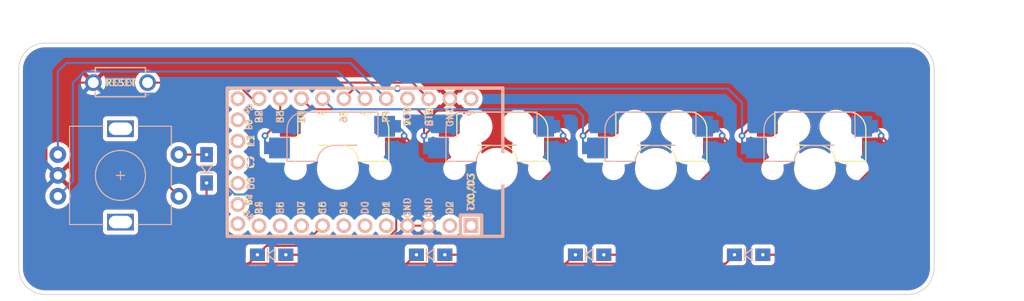
<source format=kicad_pcb>
(kicad_pcb (version 20211014) (generator pcbnew)
  (layers (0 "F.Cu" signal) (31 "B.Cu" signal) (34 "B.Paste" user) (35 "F.Paste" user) (36 "B.SilkS" user "B.Silkscreen") (37 "F.SilkS" user "F.Silkscreen") (38 "B.Mask" user) (39 "F.Mask" user) (44 "Edge.Cuts" user))
  (net 0 "")
  (net 1 "row0")
  (net 2 "Net-(D5-Pad2)")
  (net 3 "Net-(D2-Pad2)")
  (net 4 "Net-(D3-Pad2)")
  (net 5 "Net-(D4-Pad2)")
  (net 6 "GND")
  (net 7 "RESET")
  (net 8 "col3")
  (net 9 "col2")
  (net 10 "col1")
  (net 11 "col0")
  (net 12 "ENCA")
  (net 13 "ENCB")
  (net 14 "SW25B")
  (net 24 "VCC")
  (net 32 "SW25A")
  (footprint "SofleKeyboard-footprint:CherryMX_Hotswap" (layer "F.Cu") (at 153.19375 92.86875)
    (fp_text reference "SW3" hide)
    (fp_text value "SW_PUSH-Lily58-cache" hide)
    (fp_line (start -6.1 -0.896) (end -2.49 -0.896) (layer "B.SilkS") (width 0.15))
    (fp_line (start 4.8 -2.896) (end 4.8 -6.804) (layer "B.SilkS") (width 0.15))
    (fp_line (start -6.1 -4.85) (end -6.1 -0.905) (layer "B.SilkS") (width 0.15))
    (fp_line (start 4.8 -6.804) (end -3.825 -6.804) (layer "B.SilkS") (width 0.15))
    (fp_line (start 4.8 -2.85) (end -0.25 -2.804) (layer "B.SilkS") (width 0.15))
    (fp_arc (start -2.484999 -0.920001) (mid -1.74436 -2.328062) (end -0.225 -2.8) (layer "B.SilkS") (width 0.15))
    (fp_arc (start -6.089 -4.92) (mid -5.347189 -6.33089) (end -3.825 -6.804) (layer "B.SilkS") (width 0.15))
    (fp_line (start -4.8 -6.804) (end 3.825 -6.804) (layer "F.SilkS") (width 0.15))
    (fp_line (start -4.8 -2.85) (end 0.25 -2.804) (layer "F.SilkS") (width 0.15))
    (fp_line (start 6.1 -4.85) (end 6.1 -0.905) (layer "F.SilkS") (width 0.15))
    (fp_line (start 6.1 -0.896) (end 2.49 -0.896) (layer "F.SilkS") (width 0.15))
    (fp_line (start -4.8 -2.896) (end -4.8 -6.804) (layer "F.SilkS") (width 0.15))
    (fp_arc (start 3.825 -6.804) (mid 5.347189 -6.33089) (end 6.089 -4.92) (layer "F.SilkS") (width 0.15))
    (fp_arc (start 0.225 -2.8) (mid 1.744361 -2.328062) (end 2.485001 -0.920001) (layer "F.SilkS") (width 0.15))
    (pad "" np_thru_hole circle locked (at -2.54 -5.08 180) (size 3 3) (drill 3) (layers *.Cu *.Mask))
    (pad "" np_thru_hole circle locked (at 2.54 -5.08 180) (size 3 3) (drill 3) (layers *.Cu *.Mask))
    (pad "" np_thru_hole circle locked (at 5.08 0) (size 1.7 1.7) (drill 1.7) (layers *.Cu *.Mask))
    (pad "" np_thru_hole circle locked (at 3.81 -2.54 180) (size 3 3) (drill 3) (layers *.Cu *.Mask))
    (pad "" np_thru_hole circle locked (at 0 0 90) (size 4 4) (drill 4) (layers *.Cu *.Mask))
    (pad "" np_thru_hole circle locked (at -5.08 0) (size 1.7 1.7) (drill 1.7) (layers *.Cu *.Mask))
    (pad "" np_thru_hole circle locked (at -3.81 -2.540001 180) (size 3 3) (drill 3) (layers *.Cu *.Mask))
    (pad "1" smd custom locked (at -7.2 -5.1) (size 0.7 1.5) (layers "F.Cu" "F.Paste" "F.Mask") (net 10 "col1") (options (clearance outline) (anchor rect)) (primitives (gr_poly (pts (xy 2.7 0.8) (xy 2.1 1.2) (xy 0.3 1.2) (xy 0.3 -1.2) (xy 2.7 -1.2)) (width 0.1) (fill yes))))
    (pad "1" smd custom locked (at -8.5 -2.5) (size 0.7 1.5) (layers "B.Cu" "B.Paste" "B.Mask") (net 10 "col1") (options (clearance outline) (anchor rect)) (primitives (gr_poly (pts (xy 2.7 1.2) (xy 0.3 1.2) (xy 0.3 -1.2) (xy 2.7 -1.2)) (width 0.1) (fill yes))))
    (pad "2" smd custom locked (at 7.2 -5.1) (size 0.7 1.5) (layers "B.Cu" "B.Paste" "B.Mask") (net 5 "Net-(D4-Pad2)") (options (clearance outline) (anchor rect)) (primitives (gr_poly (pts (xy -0.4 1.2) (xy -2.3 1.2) (xy -2.8 0.8) (xy -2.8 -1.2) (xy -0.4 -1.2)) (width 0.1) (fill yes))))
    (pad "2" smd custom locked (at 8.5 -2.5) (size 0.7 1.5) (layers "F.Cu" "F.Paste" "F.Mask") (net 5 "Net-(D4-Pad2)") (options (clearance outline) (anchor rect)) (primitives (gr_poly (pts (xy -0.4 1.2) (xy -2.8 1.2) (xy -2.8 -1.2) (xy -0.4 -1.2)) (width 0.1) (fill yes))))
  )
  (footprint "SofleKeyboard-footprint:CherryMX_Hotswap" (layer "F.Cu") (at 172.24375 92.86875)
    (fp_text reference "SW4" hide)
    (fp_text value "SW_PUSH-Lily58-cache" hide)
    (fp_line (start -6.1 -4.85) (end -6.1 -0.905) (layer "B.SilkS") (width 0.15))
    (fp_line (start 4.8 -2.896) (end 4.8 -6.804) (layer "B.SilkS") (width 0.15))
    (fp_line (start -6.1 -0.896) (end -2.49 -0.896) (layer "B.SilkS") (width 0.15))
    (fp_line (start 4.8 -2.85) (end -0.25 -2.804) (layer "B.SilkS") (width 0.15))
    (fp_line (start 4.8 -6.804) (end -3.825 -6.804) (layer "B.SilkS") (width 0.15))
    (fp_arc (start -6.089 -4.92) (mid -5.347189 -6.33089) (end -3.825 -6.804) (layer "B.SilkS") (width 0.15))
    (fp_arc (start -2.484999 -0.920001) (mid -1.74436 -2.328062) (end -0.225 -2.8) (layer "B.SilkS") (width 0.15))
    (fp_line (start -4.8 -2.85) (end 0.25 -2.804) (layer "F.SilkS") (width 0.15))
    (fp_line (start 6.1 -4.85) (end 6.1 -0.905) (layer "F.SilkS") (width 0.15))
    (fp_line (start -4.8 -2.896) (end -4.8 -6.804) (layer "F.SilkS") (width 0.15))
    (fp_line (start 6.1 -0.896) (end 2.49 -0.896) (layer "F.SilkS") (width 0.15))
    (fp_line (start -4.8 -6.804) (end 3.825 -6.804) (layer "F.SilkS") (width 0.15))
    (fp_arc (start 3.825 -6.804) (mid 5.347189 -6.33089) (end 6.089 -4.92) (layer "F.SilkS") (width 0.15))
    (fp_arc (start 0.225 -2.8) (mid 1.744361 -2.328062) (end 2.485001 -0.920001) (layer "F.SilkS") (width 0.15))
    (pad "" np_thru_hole circle locked (at -3.81 -2.540001 180) (size 3 3) (drill 3) (layers *.Cu *.Mask))
    (pad "" np_thru_hole circle locked (at 0 0 90) (size 4 4) (drill 4) (layers *.Cu *.Mask))
    (pad "" np_thru_hole circle locked (at 2.54 -5.08 180) (size 3 3) (drill 3) (layers *.Cu *.Mask))
    (pad "" np_thru_hole circle locked (at 5.08 0) (size 1.7 1.7) (drill 1.7) (layers *.Cu *.Mask))
    (pad "" np_thru_hole circle locked (at 3.81 -2.54 180) (size 3 3) (drill 3) (layers *.Cu *.Mask))
    (pad "" np_thru_hole circle locked (at -2.54 -5.08 180) (size 3 3) (drill 3) (layers *.Cu *.Mask))
    (pad "" np_thru_hole circle locked (at -5.08 0) (size 1.7 1.7) (drill 1.7) (layers *.Cu *.Mask))
    (pad "1" smd custom locked (at -8.5 -2.5) (size 0.7 1.5) (layers "B.Cu" "B.Paste" "B.Mask") (net 11 "col0") (options (clearance outline) (anchor rect)) (primitives (gr_poly (pts (xy 2.7 1.2) (xy 0.3 1.2) (xy 0.3 -1.2) (xy 2.7 -1.2)) (width 0.1) (fill yes))))
    (pad "1" smd custom locked (at -7.2 -5.1) (size 0.7 1.5) (layers "F.Cu" "F.Paste" "F.Mask") (net 11 "col0") (options (clearance outline) (anchor rect)) (primitives (gr_poly (pts (xy 2.7 0.8) (xy 2.1 1.2) (xy 0.3 1.2) (xy 0.3 -1.2) (xy 2.7 -1.2)) (width 0.1) (fill yes))))
    (pad "2" smd custom locked (at 7.2 -5.1) (size 0.7 1.5) (layers "B.Cu" "B.Paste" "B.Mask") (net 2 "Net-(D5-Pad2)") (options (clearance outline) (anchor rect)) (primitives (gr_poly (pts (xy -0.4 1.2) (xy -2.3 1.2) (xy -2.8 0.8) (xy -2.8 -1.2) (xy -0.4 -1.2)) (width 0.1) (fill yes))))
    (pad "2" smd custom locked (at 8.5 -2.5) (size 0.7 1.5) (layers "F.Cu" "F.Paste" "F.Mask") (net 2 "Net-(D5-Pad2)") (options (clearance outline) (anchor rect)) (primitives (gr_poly (pts (xy -0.4 1.2) (xy -2.8 1.2) (xy -2.8 -1.2) (xy -0.4 -1.2)) (width 0.1) (fill yes))))
  )
  (footprint "SofleKeyboard-footprint:Diode_SOD123" (layer "F.Cu") (at 145.25625 103.1875)
    (fp_text reference "D4" hide)
    (fp_text value "D-Lily58-cache" hide)
    (fp_line (start 0.4 0.7) (end -0.5 0) (layer "B.SilkS") (width 0.15))
    (fp_line (start -0.5 0) (end 0.4 -0.7) (layer "B.SilkS") (width 0.15))
    (fp_line (start 0.4 -0.7) (end 0.4 0.7) (layer "B.SilkS") (width 0.15))
    (fp_line (start -0.5 -0.7) (end -0.5 0.7) (layer "B.SilkS") (width 0.15))
    (fp_line (start -0.5 -0.7) (end -0.5 0.7) (layer "F.SilkS") (width 0.15))
    (fp_line (start -0.5 0) (end 0.4 -0.7) (layer "F.SilkS") (width 0.15))
    (fp_line (start 0.4 0.7) (end -0.5 0) (layer "F.SilkS") (width 0.15))
    (fp_line (start 0.4 -0.7) (end 0.4 0.7) (layer "F.SilkS") (width 0.15))
    (pad "1" thru_hole rect locked (at -1.7 0) (size 1.8 1.5) (drill 0.4) (layers *.Cu *.Mask) (net 1 "row0"))
    (pad "2" thru_hole rect locked (at 1.7 0) (size 1.8 1.5) (drill 0.4) (layers *.Cu *.Mask) (net 5 "Net-(D4-Pad2)"))
  )
  (footprint "SofleKeyboard-footprint:Diode_SOD123" (layer "F.Cu") (at 126.20625 103.1875)
    (fp_text reference "D3" hide)
    (fp_text value "D-Lily58-cache" hide)
    (fp_line (start 0.4 -0.7) (end 0.4 0.7) (layer "B.SilkS") (width 0.15))
    (fp_line (start -0.5 -0.7) (end -0.5 0.7) (layer "B.SilkS") (width 0.15))
    (fp_line (start -0.5 0) (end 0.4 -0.7) (layer "B.SilkS") (width 0.15))
    (fp_line (start 0.4 0.7) (end -0.5 0) (layer "B.SilkS") (width 0.15))
    (fp_line (start -0.5 -0.7) (end -0.5 0.7) (layer "F.SilkS") (width 0.15))
    (fp_line (start 0.4 0.7) (end -0.5 0) (layer "F.SilkS") (width 0.15))
    (fp_line (start -0.5 0) (end 0.4 -0.7) (layer "F.SilkS") (width 0.15))
    (fp_line (start 0.4 -0.7) (end 0.4 0.7) (layer "F.SilkS") (width 0.15))
    (pad "1" thru_hole rect locked (at -1.7 0) (size 1.8 1.5) (drill 0.4) (layers *.Cu *.Mask) (net 1 "row0"))
    (pad "2" thru_hole rect locked (at 1.7 0) (size 1.8 1.5) (drill 0.4) (layers *.Cu *.Mask) (net 4 "Net-(D3-Pad2)"))
  )
  (footprint "SofleKeyboard-footprint:CherryMX_Hotswap" (layer "F.Cu") (at 115.09375 92.86875)
    (fp_text reference "SW1" hide)
    (fp_text value "SW_PUSH-Lily58-cache" hide)
    (fp_line (start 4.8 -6.804) (end -3.825 -6.804) (layer "B.SilkS") (width 0.15))
    (fp_line (start -6.1 -0.896) (end -2.49 -0.896) (layer "B.SilkS") (width 0.15))
    (fp_line (start 4.8 -2.896) (end 4.8 -6.804) (layer "B.SilkS") (width 0.15))
    (fp_line (start 4.8 -2.85) (end -0.25 -2.804) (layer "B.SilkS") (width 0.15))
    (fp_line (start -6.1 -4.85) (end -6.1 -0.905) (layer "B.SilkS") (width 0.15))
    (fp_arc (start -2.484999 -0.920001) (mid -1.74436 -2.328062) (end -0.225 -2.8) (layer "B.SilkS") (width 0.15))
    (fp_arc (start -6.089 -4.92) (mid -5.347189 -6.33089) (end -3.825 -6.804) (layer "B.SilkS") (width 0.15))
    (fp_line (start -4.8 -2.85) (end 0.25 -2.804) (layer "F.SilkS") (width 0.15))
    (fp_line (start 6.1 -4.85) (end 6.1 -0.905) (layer "F.SilkS") (width 0.15))
    (fp_line (start -4.8 -6.804) (end 3.825 -6.804) (layer "F.SilkS") (width 0.15))
    (fp_line (start 6.1 -0.896) (end 2.49 -0.896) (layer "F.SilkS") (width 0.15))
    (fp_line (start -4.8 -2.896) (end -4.8 -6.804) (layer "F.SilkS") (width 0.15))
    (fp_arc (start 3.825 -6.804) (mid 5.347189 -6.33089) (end 6.089 -4.92) (layer "F.SilkS") (width 0.15))
    (fp_arc (start 0.225 -2.8) (mid 1.744361 -2.328062) (end 2.485001 -0.920001) (layer "F.SilkS") (width 0.15))
    (pad "" np_thru_hole circle locked (at 2.54 -5.08 180) (size 3 3) (drill 3) (layers *.Cu *.Mask))
    (pad "" np_thru_hole circle locked (at 3.81 -2.54 180) (size 3 3) (drill 3) (layers *.Cu *.Mask))
    (pad "" np_thru_hole circle locked (at -5.08 0) (size 1.7 1.7) (drill 1.7) (layers *.Cu *.Mask))
    (pad "" np_thru_hole circle locked (at -2.54 -5.08 180) (size 3 3) (drill 3) (layers *.Cu *.Mask))
    (pad "" np_thru_hole circle locked (at 5.08 0) (size 1.7 1.7) (drill 1.7) (layers *.Cu *.Mask))
    (pad "" np_thru_hole circle locked (at -3.81 -2.540001 180) (size 3 3) (drill 3) (layers *.Cu *.Mask))
    (pad "" np_thru_hole circle locked (at 0 0 90) (size 4 4) (drill 4) (layers *.Cu *.Mask))
    (pad "1" smd custom locked (at -7.2 -5.1) (size 0.7 1.5) (layers "F.Cu" "F.Paste" "F.Mask") (net 8 "col3") (options (clearance outline) (anchor rect)) (primitives (gr_poly (pts (xy 2.7 0.8) (xy 2.1 1.2) (xy 0.3 1.2) (xy 0.3 -1.2) (xy 2.7 -1.2)) (width 0.1) (fill yes))))
    (pad "1" smd custom locked (at -8.5 -2.5) (size 0.7 1.5) (layers "B.Cu" "B.Paste" "B.Mask") (net 8 "col3") (options (clearance outline) (anchor rect)) (primitives (gr_poly (pts (xy 2.7 1.2) (xy 0.3 1.2) (xy 0.3 -1.2) (xy 2.7 -1.2)) (width 0.1) (fill yes))))
    (pad "2" smd custom locked (at 8.5 -2.5) (size 0.7 1.5) (layers "F.Cu" "F.Paste" "F.Mask") (net 3 "Net-(D2-Pad2)") (options (clearance outline) (anchor rect)) (primitives (gr_poly (pts (xy -0.4 1.2) (xy -2.8 1.2) (xy -2.8 -1.2) (xy -0.4 -1.2)) (width 0.1) (fill yes))))
    (pad "2" smd custom locked (at 7.2 -5.1) (size 0.7 1.5) (layers "B.Cu" "B.Paste" "B.Mask") (net 3 "Net-(D2-Pad2)") (options (clearance outline) (anchor rect)) (primitives (gr_poly (pts (xy -0.4 1.2) (xy -2.3 1.2) (xy -2.8 0.8) (xy -2.8 -1.2) (xy -0.4 -1.2)) (width 0.1) (fill yes))))
  )
  (footprint "SofleKeyboard-footprint:RotaryEncoder_Alps_EC11E-Switch_Vertical_H20mm-keebio_modified" (layer "F.Cu") (at 89.04375 93.6625)
    (fp_text reference "SW5" hide)
    (fp_text value "Device_Rotary_Encoder_Switch")
    (fp_line (start -6.1 -5.9) (end -6.1 5.9) (layer "B.SilkS") (width 0.12))
    (fp_line (start -2 5.9) (end -6.1 5.9) (layer "B.SilkS") (width 0.12))
    (fp_line (start 6.1 -5.9) (end 6.1 -3.5) (layer "B.SilkS") (width 0.12))
    (fp_line (start 6.1 3.5) (end 6.1 5.9) (layer "B.SilkS") (width 0.12))
    (fp_line (start 6.1 5.9) (end 2 5.9) (layer "B.SilkS") (width 0.12))
    (fp_line (start 0 -0.5) (end 0 0.5) (layer "B.SilkS") (width 0.12))
    (fp_line (start -2 -5.9) (end -6.1 -5.9) (layer "B.SilkS") (width 0.12))
    (fp_line (start 6.1 -1.3) (end 6.1 1.3) (layer "B.SilkS") (width 0.12))
    (fp_line (start -0.5 0) (end 0.5 0) (layer "B.SilkS") (width 0.12))
    (fp_line (start 2 -5.9) (end 6.1 -5.9) (layer "B.SilkS") (width 0.12))
    (fp_circle (center 0 0) (end 3 0) (layer "B.SilkS") (width 0.12) (fill none))
    (fp_line (start -2 5.9) (end -6.1 5.9) (layer "F.SilkS") (width 0.12))
    (fp_line (start 6.1 -1.3) (end 6.1 1.3) (layer "F.SilkS") (width 0.12))
    (fp_line (start 6.1 5.9) (end 2 5.9) (layer "F.SilkS") (width 0.12))
    (fp_line (start 0 -0.5) (end 0 0.5) (layer "F.SilkS") (width 0.12))
    (fp_line (start 6.1 -5.9) (end 6.1 -3.5) (layer "F.SilkS") (width 0.12))
    (fp_line (start -2 -5.9) (end -6.1 -5.9) (layer "F.SilkS") (width 0.12))
    (fp_line (start 2 -5.9) (end 6.1 -5.9) (layer "F.SilkS") (width 0.12))
    (fp_line (start -0.5 0) (end 0.5 0) (layer "F.SilkS") (width 0.12))
    (fp_line (start -6.1 -5.9) (end -6.1 5.9) (layer "F.SilkS") (width 0.12))
    (fp_line (start 6.1 3.5) (end 6.1 5.9) (layer "F.SilkS") (width 0.12))
    (fp_circle (center 0 0) (end 3 0) (layer "F.SilkS") (width 0.12) (fill none))
    (pad "A" thru_hole circle locked (at -7.5 -2.5) (size 2 2) (drill 1) (layers *.Cu *.Mask) (net 12 "ENCA"))
    (pad "B" thru_hole circle locked (at -7.5 2.5) (size 2 2) (drill 1) (layers *.Cu *.Mask) (net 13 "ENCB"))
    (pad "C" thru_hole circle locked (at -7.5 0) (size 2 2) (drill 1) (layers *.Cu *.Mask) (net 6 "GND"))
    (pad "MP" thru_hole rect locked (at 0 -5.6) (size 3.2 2) (drill oval 2.8 1.5) (layers *.Cu *.Mask))
    (pad "MP" thru_hole rect locked (at 0 5.6) (size 3.2 2) (drill oval 2.8 1.5) (layers *.Cu *.Mask))
    (pad "S1" thru_hole circle locked (at 7 2.5) (size 2 2) (drill 1) (layers *.Cu *.Mask) (net 32 "SW25A"))
    (pad "S2" thru_hole circle locked (at 7 -2.5) (size 2 2) (drill 1) (layers *.Cu *.Mask) (net 14 "SW25B"))
  )
  (footprint "SofleKeyboard-footprint:Diode_SOD123" (layer "F.Cu") (at 107.15625 103.1875)
    (fp_text reference "D2" hide)
    (fp_text value "D-Lily58-cache" hide)
    (fp_line (start -0.5 -0.7) (end -0.5 0.7) (layer "B.SilkS") (width 0.15))
    (fp_line (start -0.5 0) (end 0.4 -0.7) (layer "B.SilkS") (width 0.15))
    (fp_line (start 0.4 0.7) (end -0.5 0) (layer "B.SilkS") (width 0.15))
    (fp_line (start 0.4 -0.7) (end 0.4 0.7) (layer "B.SilkS") (width 0.15))
    (fp_line (start 0.4 -0.7) (end 0.4 0.7) (layer "F.SilkS") (width 0.15))
    (fp_line (start 0.4 0.7) (end -0.5 0) (layer "F.SilkS") (width 0.15))
    (fp_line (start -0.5 0) (end 0.4 -0.7) (layer "F.SilkS") (width 0.15))
    (fp_line (start -0.5 -0.7) (end -0.5 0.7) (layer "F.SilkS") (width 0.15))
    (pad "1" thru_hole rect locked (at -1.7 0) (size 1.8 1.5) (drill 0.4) (layers *.Cu *.Mask) (net 1 "row0"))
    (pad "2" thru_hole rect locked (at 1.7 0) (size 1.8 1.5) (drill 0.4) (layers *.Cu *.Mask) (net 3 "Net-(D2-Pad2)"))
  )
  (footprint "SofleKeyboard-footprint:TACT_SWITCH_TVBP06" (layer "F.Cu") (at 89.04375 82.52875)
    (fp_text reference "RSW1" hide)
    (fp_text value "SW_RST-Lily58-cache" hide)
    (fp_text user "RESET" (at 0 0) (layer "B.SilkS") (effects (font (size 0.8 0.8)) (justify mirror)))
    (fp_text user "RESET" (at 0 0 -180) (layer "F.SilkS") (effects (font (size 0.8 0.8))))
    (fp_line (start 3 1.7) (end -3 1.7) (layer "B.SilkS") (width 0.15))
    (fp_line (start 3 -1.8) (end 3 -1.1) (layer "B.SilkS") (width 0.15))
    (fp_line (start -3 -1.8) (end -3 -1.1) (layer "B.SilkS") (width 0.15))
    (fp_line (start 3 1.7) (end 3 1.1) (layer "B.SilkS") (width 0.15))
    (fp_line (start -3 -1.8) (end 2.9 -1.8) (layer "B.SilkS") (width 0.15))
    (fp_line (start -3 -1.8) (end 3 -1.8) (layer "B.SilkS") (width 0.15))
    (fp_line (start -3 1.7) (end -3 1.1) (layer "B.SilkS") (width 0.15))
    (fp_line (start 3 1.7) (end 3 1.1) (layer "F.SilkS") (width 0.15))
    (fp_line (start -3 1.7) (end 3 1.7) (layer "F.SilkS") (width 0.15))
    (fp_line (start 3 -1.8) (end -3 -1.8) (layer "F.SilkS") (width 0.15))
    (fp_line (start -3 1.7) (end -3 1.1) (layer "F.SilkS") (width 0.15))
    (fp_line (start -3 -1.8) (end -3 -1.1) (layer "F.SilkS") (width 0.15))
    (fp_line (start 3 -1.8) (end 3 -1.1) (layer "F.SilkS") (width 0.15))
    (pad "1" thru_hole circle locked (at -3.25 0) (size 2 2) (drill 1.3) (layers *.Cu *.Mask) (net 6 "GND"))
    (pad "2" thru_hole circle locked (at 3.25 0) (size 2 2) (drill 1.3) (layers *.Cu *.Mask) (net 7 "RESET"))
  )
  (footprint "SofleKeyboard-footprint:CherryMX_Hotswap" (layer "F.Cu") (at 134.14375 92.86875)
    (fp_text reference "SW2" hide)
    (fp_text value "SW_PUSH-Lily58-cache" hide)
    (fp_line (start 4.8 -2.896) (end 4.8 -6.804) (layer "B.SilkS") (width 0.15))
    (fp_line (start -6.1 -4.85) (end -6.1 -0.905) (layer "B.SilkS") (width 0.15))
    (fp_line (start 4.8 -2.85) (end -0.25 -2.804) (layer "B.SilkS") (width 0.15))
    (fp_line (start 4.8 -6.804) (end -3.825 -6.804) (layer "B.SilkS") (width 0.15))
    (fp_line (start -6.1 -0.896) (end -2.49 -0.896) (layer "B.SilkS") (width 0.15))
    (fp_arc (start -6.089 -4.92) (mid -5.347189 -6.33089) (end -3.825 -6.804) (layer "B.SilkS") (width 0.15))
    (fp_arc (start -2.484999 -0.920001) (mid -1.74436 -2.328062) (end -0.225 -2.8) (layer "B.SilkS") (width 0.15))
    (fp_line (start 6.1 -4.85) (end 6.1 -0.905) (layer "F.SilkS") (width 0.15))
    (fp_line (start 6.1 -0.896) (end 2.49 -0.896) (layer "F.SilkS") (width 0.15))
    (fp_line (start -4.8 -6.804) (end 3.825 -6.804) (layer "F.SilkS") (width 0.15))
    (fp_line (start -4.8 -2.85) (end 0.25 -2.804) (layer "F.SilkS") (width 0.15))
    (fp_line (start -4.8 -2.896) (end -4.8 -6.804) (layer "F.SilkS") (width 0.15))
    (fp_arc (start 3.825 -6.804) (mid 5.347189 -6.33089) (end 6.089 -4.92) (layer "F.SilkS") (width 0.15))
    (fp_arc (start 0.225 -2.8) (mid 1.744361 -2.328062) (end 2.485001 -0.920001) (layer "F.SilkS") (width 0.15))
    (pad "" np_thru_hole circle locked (at 5.08 0) (size 1.7 1.7) (drill 1.7) (layers *.Cu *.Mask))
    (pad "" np_thru_hole circle locked (at -2.54 -5.08 180) (size 3 3) (drill 3) (layers *.Cu *.Mask))
    (pad "" np_thru_hole circle locked (at 0 0 90) (size 4 4) (drill 4) (layers *.Cu *.Mask))
    (pad "" np_thru_hole circle locked (at -5.08 0) (size 1.7 1.7) (drill 1.7) (layers *.Cu *.Mask))
    (pad "" np_thru_hole circle locked (at -3.81 -2.540001 180) (size 3 3) (drill 3) (layers *.Cu *.Mask))
    (pad "" np_thru_hole circle locked (at 3.81 -2.54 180) (size 3 3) (drill 3) (layers *.Cu *.Mask))
    (pad "" np_thru_hole circle locked (at 2.54 -5.08 180) (size 3 3) (drill 3) (layers *.Cu *.Mask))
    (pad "1" smd custom locked (at -8.5 -2.5) (size 0.7 1.5) (layers "B.Cu" "B.Paste" "B.Mask") (net 9 "col2") (options (clearance outline) (anchor rect)) (primitives (gr_poly (pts (xy 2.7 1.2) (xy 0.3 1.2) (xy 0.3 -1.2) (xy 2.7 -1.2)) (width 0.1) (fill yes))))
    (pad "1" smd custom locked (at -7.2 -5.1) (size 0.7 1.5) (layers "F.Cu" "F.Paste" "F.Mask") (net 9 "col2") (options (clearance outline) (anchor rect)) (primitives (gr_poly (pts (xy 2.7 0.8) (xy 2.1 1.2) (xy 0.3 1.2) (xy 0.3 -1.2) (xy 2.7 -1.2)) (width 0.1) (fill yes))))
    (pad "2" smd custom locked (at 8.5 -2.5) (size 0.7 1.5) (layers "F.Cu" "F.Paste" "F.Mask") (net 4 "Net-(D3-Pad2)") (options (clearance outline) (anchor rect)) (primitives (gr_poly (pts (xy -0.4 1.2) (xy -2.8 1.2) (xy -2.8 -1.2) (xy -0.4 -1.2)) (width 0.1) (fill yes))))
    (pad "2" smd custom locked (at 7.2 -5.1) (size 0.7 1.5) (layers "B.Cu" "B.Paste" "B.Mask") (net 4 "Net-(D3-Pad2)") (options (clearance outline) (anchor rect)) (primitives (gr_poly (pts (xy -0.4 1.2) (xy -2.3 1.2) (xy -2.8 0.8) (xy -2.8 -1.2) (xy -0.4 -1.2)) (width 0.1) (fill yes))))
  )
  (footprint "SofleKeyboard-footprint:Diode_SOD123" (layer "F.Cu") (at 99.3625 92.86875 90)
    (fp_text reference "D1" hide)
    (fp_text value "D-Lily58-cache" hide)
    (fp_line (start -0.5 0) (end 0.4 -0.7) (layer "B.SilkS") (width 0.15))
    (fp_line (start -0.5 -0.7) (end -0.5 0.7) (layer "B.SilkS") (width 0.15))
    (fp_line (start 0.4 0.7) (end -0.5 0) (layer "B.SilkS") (width 0.15))
    (fp_line (start 0.4 -0.7) (end 0.4 0.7) (layer "B.SilkS") (width 0.15))
    (fp_line (start -0.5 0) (end 0.4 -0.7) (layer "F.SilkS") (width 0.15))
    (fp_line (start 0.4 0.7) (end -0.5 0) (layer "F.SilkS") (width 0.15))
    (fp_line (start -0.5 -0.7) (end -0.5 0.7) (layer "F.SilkS") (width 0.15))
    (fp_line (start 0.4 -0.7) (end 0.4 0.7) (layer "F.SilkS") (width 0.15))
    (pad "1" thru_hole rect locked (at -1.7 0 90) (size 1.8 1.5) (drill 0.4) (layers *.Cu *.Mask) (net 1 "row0"))
    (pad "2" thru_hole rect locked (at 1.7 0 90) (size 1.8 1.5) (drill 0.4) (layers *.Cu *.Mask) (net 14 "SW25B"))
  )
  (footprint "SofleKeyboard-footprint:Diode_SOD123" (layer "F.Cu") (at 164.30625 103.1875)
    (fp_text reference "D5" hide)
    (fp_text value "D-Lily58-cache" hide)
    (fp_line (start -0.5 -0.7) (end -0.5 0.7) (layer "B.SilkS") (width 0.15))
    (fp_line (start 0.4 -0.7) (end 0.4 0.7) (layer "B.SilkS") (width 0.15))
    (fp_line (start -0.5 0) (end 0.4 -0.7) (layer "B.SilkS") (width 0.15))
    (fp_line (start 0.4 0.7) (end -0.5 0) (layer "B.SilkS") (width 0.15))
    (fp_line (start 0.4 0.7) (end -0.5 0) (layer "F.SilkS") (width 0.15))
    (fp_line (start 0.4 -0.7) (end 0.4 0.7) (layer "F.SilkS") (width 0.15))
    (fp_line (start -0.5 0) (end 0.4 -0.7) (layer "F.SilkS") (width 0.15))
    (fp_line (start -0.5 -0.7) (end -0.5 0.7) (layer "F.SilkS") (width 0.15))
    (pad "1" thru_hole rect locked (at -1.7 0) (size 1.8 1.5) (drill 0.4) (layers *.Cu *.Mask) (net 1 "row0"))
    (pad "2" thru_hole rect locked (at 1.7 0) (size 1.8 1.5) (drill 0.4) (layers *.Cu *.Mask) (net 2 "Net-(D5-Pad2)"))
  )
  (footprint "Keebio-Parts:Elite-C" (layer "B.Cu") (at 117.07575 92.075 180)
    (fp_text reference "U1" hide)
    (fp_text value "Elite-C" hide)
    (fp_text user "B2" (at 11.43 5.461 90) (layer "B.SilkS") (effects (font (size 0.8 0.8)) (justify mirror)))
    (fp_text user "D4" (at 1.27 -5.461 90) (layer "B.SilkS") (effects (font (size 0.8 0.8)) (justify mirror)))
    (fp_text user "GND" (at -8.89 -5.461 90) (layer "B.SilkS") (effects (font (size 0.8 0.8)) (justify mirror)))
    (fp_text user "D7" (at 6.35 -5.461 90) (layer "B.SilkS") (effects (font (size 0.8 0.8)) (justify mirror)))
    (fp_text user "ST" (at -8.92 5.73312 90) (layer "B.SilkS") (effects (font (size 0.8 0.8)) (justify mirror)))
    (fp_text user "F7" (at 3.81 5.461 90) (layer "B.SilkS") (effects (font (size 0.8 0.8)) (justify mirror)))
    (fp_text user "VCC" (at -6.35 5.461 90) (layer "B.SilkS") (effects (font (size 0.8 0.8)) (justify mirror)))
    (fp_text user "C7" (at 12.4 0 90) (layer "B.SilkS") (effects (font (size 0.8 0.8)) (justify mirror)))
    (fp_text user "F6" (at 1.27 5.461 90) (layer "B.SilkS") (effects (font (size 0.8 0.8)) (justify mirror)))
    (fp_text user "D0" (at -1.27 -5.461 90) (layer "B.SilkS") (effects (font (size 0.8 0.8)) (justify mirror)))
    (fp_text user "F4" (at -3.81 5.461 90) (layer "B.SilkS") (effects (font (size 0.8 0.8)) (justify mirror)))
    (fp_text user "B4" (at 11.43 -5.461 90) (layer "B.SilkS") (effects (font (size 0.8 0.8)) (justify mirror)))
    (fp_text user "F0" (at 12.6 4.5 90) (layer "B.SilkS") (effects (font (size 0.7 0.7)) (justify mirror)))
    (fp_text user "B1" (at 6.35 5.461 90) (layer "B.SilkS") (effects (font (size 0.8 0.8)) (justify mirror)))
    (fp_text user "D1" (at -3.81 -5.461 90) (layer "B.SilkS") (effects (font (size 0.8 0.8)) (justify mirror)))
    (fp_text user "D5" (at 12.4 -2.54 90) (layer "B.SilkS") (effects (font (size 0.8 0.8)) (justify mirror)))
    (fp_text user "GND" (at -11.43 5.461 90) (layer "B.SilkS") (effects (font (size 0.8 0.8)) (justify mirror)))
    (fp_text user "C6" (at 3.81 -5.461 90) (layer "B.SilkS") (effects (font (size 0.8 0.8)) (justify mirror)))
    (fp_text user "F1" (at 12.4 2.54 90) (layer "B.SilkS") (effects (font (size 0.8 0.8)) (justify mirror)))
    (fp_text user "GND" (at -6.35 -5.461 90) (layer "B.SilkS") (effects (font (size 0.8 0.8)) (justify mirror)))
    (fp_text user "D2" (at -11.43 -5.461 90) (layer "B.SilkS") (effects (font (size 0.8 0.8)) (justify mirror)))
    (fp_text user "B5" (at 12.7 -6.4 135) (layer "B.SilkS") (effects (font (size 0.7 0.7)) (justify mirror)))
    (fp_text user "B6" (at 12.7 6.4 225 unlocked) (layer "B.SilkS") (effects (font (size 0.7 0.7)) (justify mirror)))
    (fp_text user "B7" (at 12.6 -4.5 90) (layer "B.SilkS") (effects (font (size 0.7 0.7)) (justify mirror)))
    (fp_text user "B0" (at -13.97 5.461 90) (layer "B.SilkS") (effects (font (size 0.8 0.8)) (justify mirror)))
    (fp_text user "E6" (at 8.89 -5.461 90) (layer "B.SilkS") (effects (font (size 0.8 0.8)) (justify mirror)))
    (fp_text user "B3" (at 8.89 5.461 90) (layer "B.SilkS") (effects (font (size 0.8 0.8)) (justify mirror)))
    (fp_text user "F5" (at -1.27 5.461 90) (layer "B.SilkS") (effects (font (size 0.8 0.8)) (justify mirror)))
    (fp_text user "TX0/D3" (at -13.97 -3.571872 90) (layer "B.SilkS") (effects (font (size 0.8 0.8)) (justify mirror)))
    (fp_text user "ST" (at -8.91 5.04 90) (layer "F.SilkS") (effects (font (size 0.8 0.8))))
    (fp_text user "TX0/D3" (at -13.97 -3.571872 90) (layer "F.SilkS") (effects (font (size 0.8 0.8))))
    (fp_text user "B0" (at -13.97 5.461 90) (layer "F.SilkS") (effects (font (size 0.8 0.8))))
    (fp_text user "D1" (at -3.81 -5.461 90) (layer "F.SilkS") (effects (font (size 0.8 0.8))))
    (fp_text user "B2" (at 11.43 5.461 90) (layer "F.SilkS") (effects (font (size 0.8 0.8))))
    (fp_text user "B3" (at 8.89 5.461 90) (layer "F.SilkS") (effects (font (size 0.8 0.8))))
    (fp_text user "F1" (at 12.4 2.54 90) (layer "F.SilkS") (effects (font (size 0.8 0.8))))
    (fp_text user "F6" (at 1.27 5.461 90) (layer "F.SilkS") (effects (font (size 0.8 0.8))))
    (fp_text user "B4" (at 11.43 -5.461 90) (layer "F.SilkS") (effects (font (size 0.8 0.8))))
    (fp_text user "B1" (at 6.35 5.461 90) (layer "F.SilkS") (effects (font (size 0.8 0.8))))
    (fp_text user "F7" (at 3.81 5.461 90) (layer "F.SilkS") (effects (font (size 0.8 0.8))))
    (fp_text user "D0" (at -1.27 -5.461 90) (layer "F.SilkS") (effects (font (size 0.8 0.8))))
    (fp_text user "D4" (at 1.27 -5.461 90) (layer "F.SilkS") (effects (font (size 0.8 0.8))))
    (fp_text user "D5" (at 12.4 -2.54 90) (layer "F.SilkS") (effects (font (size 0.8 0.8))))
    (fp_text user "F5" (at -1.27 5.461 90) (layer "F.SilkS") (effects (font (size 0.8 0.8))))
    (fp_text user "D7" (at 6.35 -5.461 90) (layer "F.SilkS") (effects (font (size 0.8 0.8))))
    (fp_text user "B6" (at 12.7 6.4 225 unlocked) (layer "F.SilkS") (effects (font (size 0.7 0.7))))
    (fp_text user "B7" (at 12.6 -4.5 90) (layer "F.SilkS") (effects (font (size 0.7 0.7))))
    (fp_text user "VCC" (at -6.35 5.461 90) (layer "F.SilkS") (effects (font (size 0.8 0.8))))
    (fp_text user "F0" (at 12.6 4.5 90) (layer "F.SilkS") (effects (font (size 0.7 0.7))))
    (fp_text user "GND" (at -8.89 -5.461 90) (layer "F.SilkS") (effects (font (size 0.8 0.8))))
    (fp_text user "F4" (at -3.81 5.461 90) (layer "F.SilkS") (effects (font (size 0.8 0.8))))
    (fp_text user "C6" (at 3.81 -5.461 90) (layer "F.SilkS") (effects (font (size 0.8 0.8))))
    (fp_text user "E6" (at 8.89 -5.461 90) (layer "F.SilkS") (effects (font (size 0.8 0.8))))
    (fp_text user "B5" (at 12.7 -6.4 135) (layer "F.SilkS") (effects (font (size 0.7 0.7))))
    (fp_text user "GND" (at -6.35 -5.461 90) (layer "F.SilkS") (effects (font (size 0.8 0.8))))
    (fp_text user "C7" (at 12.4 0 90) (layer "F.SilkS") (effects (font (size 0.8 0.8))))
    (fp_text user "D2" (at -11.43 -5.461 90) (layer "F.SilkS") (effects (font (size 0.8 0.8))))
    (fp_text user "GND" (at -11.43 5.461 90) (layer "F.SilkS") (effects (font (size 0.8 0.8))))
    (fp_line (start -15.24 8.89) (end -17.78 8.89) (layer "B.SilkS") (width 0.381))
    (fp_line (start -15.24 -6.35) (end -15.24 -8.89) (layer "B.SilkS") (width 0.381))
    (fp_line (start -15.24 -8.89) (end 15.24 -8.89) (layer "B.SilkS") (width 0.381))
    (fp_line (start -17.78 -8.89) (end -15.24 -8.89) (layer "B.SilkS") (width 0.381))
    (fp_line (start 15.24 -8.89) (end 15.24 8.89) (layer "B.SilkS") (width 0.381))
    (fp_line (start -12.7 -6.35) (end -12.7 -8.89) (layer "B.SilkS") (width 0.381))
    (fp_line (start 15.24 8.89) (end -15.24 8.89) (layer "B.SilkS") (width 0.381))
    (fp_line (start -17.78 8.89) (end -17.78 -8.89) (layer "B.SilkS") (width 0.381))
    (fp_line (start -15.24 -6.35) (end -12.7 -6.35) (layer "B.SilkS") (width 0.381))
    (fp_poly (pts (xy -8.76064 4.931568) (xy -8.56064 4.931568) (xy -8.56064 4.831568) (xy -8.76064 4.831568)) (layer "B.SilkS") (width 0.15) (fill solid))
    (fp_poly (pts (xy -9.36064 4.531568) (xy -8.56064 4.531568) (xy -8.56064 4.431568) (xy -9.36064 4.431568)) (layer "B.SilkS") (width 0.15) (fill solid))
    (fp_poly (pts (xy -9.36064 4.931568) (xy -9.06064 4.931568) (xy -9.06064 4.831568) (xy -9.36064 4.831568)) (layer "B.SilkS") (width 0.15) (fill solid))
    (fp_poly (pts (xy -9.36064 4.931568) (xy -9.26064 4.931568) (xy -9.26064 4.431568) (xy -9.36064 4.431568)) (layer "B.SilkS") (width 0.15) (fill solid))
    (fp_poly (pts (xy -8.96064 4.731568) (xy -8.86064 4.731568) (xy -8.86064 4.631568) (xy -8.96064 4.631568)) (layer "B.SilkS") (width 0.15) (fill solid))
    (fp_line (start -12.7 -6.35) (end -12.7 -8.89) (layer "F.SilkS") (width 0.381))
    (fp_line (start -17.78 8.89) (end -17.78 -8.89) (layer "F.SilkS") (width 0.381))
    (fp_line (start 15.24 -8.89) (end 15.24 8.89) (layer "F.SilkS") (width 0.381))
    (fp_line (start -17.78 -8.89) (end 15.24 -8.89) (layer "F.SilkS") (width 0.381))
    (fp_line (start -15.24 -6.35) (end -15.24 -8.89) (layer "F.SilkS") (width 0.381))
    (fp_line (start 15.24 8.89) (end -17.78 8.89) (layer "F.SilkS") (width 0.381))
    (fp_line (start -15.24 -6.35) (end -12.7 -6.35) (layer "F.SilkS") (width 0.381))
    (fp_poly (pts (xy -9.35097 5.844635) (xy -9.05097 5.844635) (xy -9.05097 5.944635) (xy -9.35097 5.944635)) (layer "F.SilkS") (width 0.15) (fill solid))
    (fp_poly (pts (xy -9.35097 6.244635) (xy -8.55097 6.244635) (xy -8.55097 6.344635) (xy -9.35097 6.344635)) (layer "F.SilkS") (width 0.15) (fill solid))
    (fp_poly (pts (xy -8.75097 5.844635) (xy -8.55097 5.844635) (xy -8.55097 5.944635) (xy -8.75097 5.944635)) (layer "F.SilkS") (width 0.15) (fill solid))
    (fp_poly (pts (xy -9.35097 5.844635) (xy -9.25097 5.844635) (xy -9.25097 6.344635) (xy -9.35097 6.344635)) (layer "F.SilkS") (width 0.15) (fill solid))
    (fp_poly (pts (xy -8.95097 6.044635) (xy -8.85097 6.044635) (xy -8.85097 6.144635) (xy -8.95097 6.144635)) (layer "F.SilkS") (width 0.15) (fill solid))
    (pad "1" thru_hole rect locked (at -13.97 -7.62 180) (size 1.7526 1.7526) (drill 1.0922) (layers *.Cu *.SilkS *.Mask))
    (pad "2" thru_hole circle locked (at -11.43 -7.62 180) (size 1.7526 1.7526) (drill 1.0922) (layers *.Cu *.SilkS *.Mask))
    (pad "3" thru_hole circle locked (at -8.89 -7.62 180) (size 1.7526 1.7526) (drill 1.0922) (layers *.Cu *.SilkS *.Mask) (net 6 "GND"))
    (pad "4" thru_hole circle locked (at -6.35 -7.62 180) (size 1.7526 1.7526) (drill 1.0922) (layers *.Cu *.SilkS *.Mask) (net 6 "GND"))
    (pad "5" thru_hole circle locked (at -3.81 -7.62 180) (size 1.7526 1.7526) (drill 1.0922) (layers *.Cu *.SilkS *.Mask))
    (pad "6" thru_hole circle locked (at -1.27 -7.62 180) (size 1.7526 1.7526) (drill 1.0922) (layers *.Cu *.SilkS *.Mask))
    (pad "7" thru_hole circle locked (at 1.27 -7.62 180) (size 1.7526 1.7526) (drill 1.0922) (layers *.Cu *.SilkS *.Mask))
    (pad "8" thru_hole circle locked (at 3.81 -7.62 180) (size 1.7526 1.7526) (drill 1.0922) (layers *.Cu *.SilkS *.Mask) (net 1 "row0"))
    (pad "9" thru_hole circle locked (at 6.35 -7.62 180) (size 1.7526 1.7526) (drill 1.0922) (layers *.Cu *.SilkS *.Mask))
    (pad "10" thru_hole circle locked (at 8.89 -7.62 180) (size 1.7526 1.7526) (drill 1.0922) (layers *.Cu *.SilkS *.Mask))
    (pad "11" thru_hole circle locked (at 11.43 -7.62 180) (size 1.7526 1.7526) (drill 1.0922) (layers *.Cu *.SilkS *.Mask))
    (pad "12" thru_hole circle locked (at 13.97 -7.3914 180) (size 1.7526 1.7526) (drill 1.0922) (layers *.Cu *.SilkS *.Mask))
    (pad "13" thru_hole circle locked (at 13.97 7.62 180) (size 1.7526 1.7526) (drill 1.0922) (layers *.Cu *.SilkS *.Mask))
    (pad "14" thru_hole circle locked (at 11.43 7.62 180) (size 1.7526 1.7526) (drill 1.0922) (layers *.Cu *.SilkS *.Mask) (net 32 "SW25A"))
    (pad "15" thru_hole circle locked (at 8.89 7.62 180) (size 1.7526 1.7526) (drill 1.0922) (layers *.Cu *.SilkS *.Mask) (net 8 "col3"))
    (pad "16" thru_hole circle locked (at 6.35 7.62 180) (size 1.7526 1.7526) (drill 1.0922) (layers *.Cu *.SilkS *.Mask) (net 9 "col2"))
    (pad "17" thru_hole circle locked (at 3.81 7.62 180) (size 1.7526 1.7526) (drill 1.0922) (layers *.Cu *.SilkS *.Mask) (net 10 "col1"))
    (pad "18" thru_hole circle locked (at 1.27 7.62 180) (size 1.7526 1.7526) (drill 1.0922) (layers *.Cu *.SilkS *.Mask) (net 11 "col0"))
    (pad "19" thru_hole circle locked (at -1.27 7.62 180) (size 1.7526 1.7526) (drill 1.0922) (layers *.Cu *.SilkS *.Mask) (net 13 "ENCB"))
    (pad "20" thru_hole circle locked (at -3.81 7.62 180) (size 1.7526 1.7526) (drill 1.0922) (layers *.Cu *.SilkS *.Mask) (net 12 "ENCA"))
    (pad "21" thru_hole circle locked (at -6.35 7.62 180) (size 1.7526 1.7526) (drill 1.0922) (layers *.Cu *.SilkS *.Mask) (net 24 "VCC"))
    (pad "22" thru_hole circle locked (at -8.89 7.62 180) (size 1.7526 1.7526) (drill 1.0922) (layers *.Cu *.SilkS *.Mask) (net 7 "RESET"))
    (pad "23" thru_hole circle locked (at -11.43 7.62 180) (size 1.7526 1.7526) (drill 1.0922) (layers *.Cu *.SilkS *.Mask) (net 6 "GND"))
    (pad "24" thru_hole circle locked (at -13.97 7.62 180) (size 1.7526 1.7526) (drill 1.0922) (layers *.Cu *.SilkS *.Mask))
    (pad "25" thru_hole circle locked (at 13.97 -5.08 180) (size 1.7526 1.7526) (drill 1.0922) (layers *.Cu *.SilkS *.Mask))
    (pad "26" thru_hole circle locked (at 13.97 -2.54 180) (size 1.7526 1.7526) (drill 1.0922) (layers *.Cu *.SilkS *.Mask))
    (pad "27" thru_hole circle locked (at 13.97 0 180) (size 1.7526 1.7526) (drill 1.0922) (layers *.Cu *.SilkS *.Mask))
    (pad "28" thru_hole circle locked (at 13.97 2.54 180) (size 1.7526 1.7526) (drill 1.0922) (layers *.Cu *.SilkS *.Mask))
    (pad "29" thru_hole circle locked (at 13.97 5.08 180) (size 1.7526 1.7526) (drill 1.0922) (layers *.Cu *.SilkS *.Mask))
  )
  (gr_arc (start 186.53125 104.775) (mid 185.648914 106.971432) (end 183.492311 107.947083) (layer "Edge.Cuts") (width 0.1))
  (gr_line (start 186.53125 80.9625) (end 186.53125 104.775) (layer "Edge.Cuts") (width 0.1))
  (gr_line (start 76.857564 104.775) (end 76.857564 80.9625) (layer "Edge.Cuts") (width 0.1))
  (gr_line (start 183.492436 107.95) (end 80.032564 107.95) (layer "Edge.Cuts") (width 0.1))
  (gr_arc (start 76.857564 80.9625) (mid 77.7875 78.717436) (end 80.032564 77.7875) (layer "Edge.Cuts") (width 0.1))
  (gr_line (start 80.032564 77.7875) (end 183.35625 77.7875) (layer "Edge.Cuts") (width 0.1))
  (gr_arc (start 183.35625 77.7875) (mid 185.601314 78.717436) (end 186.53125 80.9625) (layer "Edge.Cuts") (width 0.1))
  (gr_arc (start 80.032564 107.95) (mid 77.7875 107.020064) (end 76.857564 104.775) (layer "Edge.Cuts") (width 0.1))
  (segment (start 104.381739 104.262011) (end 104.262011 104.262011) (width 0.25) (layer "F.Cu") (net 1))
  (segment (start 124.50625 103.1875) (end 124.386522 103.1875) (width 0.25) (layer "F.Cu") (net 1))
  (segment (start 105.45625 103.1875) (end 104.381739 104.262011) (width 0.25) (layer "F.Cu") (net 1))
  (segment (start 162.60625 103.1875) (end 161.531739 104.262011) (width 0.25) (layer "F.Cu") (net 1))
  (segment (start 123.312011 104.262011) (end 113.225489 104.262011) (width 0.25) (layer "F.Cu") (net 1))
  (segment (start 142.362011 104.262011) (end 123.312011 104.262011) (width 0.25) (layer "F.Cu") (net 1))
  (segment (start 104.262011 104.262011) (end 100.293261 104.262011) (width 0.25) (layer "F.Cu") (net 1))
  (segment (start 143.55625 103.1875) (end 143.436522 103.1875) (width 0.25) (layer "F.Cu") (net 1))
  (segment (start 110.847761 102.112989) (end 106.530761 102.112989) (width 0.25) (layer "F.Cu") (net 1))
  (segment (start 124.386522 103.1875) (end 123.312011 104.262011) (width 0.25) (layer "F.Cu") (net 1))
  (segment (start 106.530761 102.112989) (end 105.45625 103.1875) (width 0.25) (layer "F.Cu") (net 1))
  (segment (start 113.225489 104.262011) (end 104.262011 104.262011) (width 0.25) (layer "F.Cu") (net 1))
  (segment (start 161.531739 104.262011) (end 142.362011 104.262011) (width 0.25) (layer "F.Cu") (net 1))
  (segment (start 113.26575 99.695) (end 110.847761 102.112989) (width 0.25) (layer "F.Cu") (net 1))
  (segment (start 143.436522 103.1875) (end 142.362011 104.262011) (width 0.25) (layer "F.Cu") (net 1))
  (segment (start 99.3625 103.33125) (end 99.3625 94.56875) (width 0.25) (layer "F.Cu") (net 1))
  (segment (start 100.293261 104.262011) (end 99.3625 103.33125) (width 0.25) (layer "F.Cu") (net 1))
  (segment (start 180.74375 90.36875) (end 180.74375 89.4625) (width 0.25) (layer "F.Cu") (net 2))
  (segment (start 168.736735 103.1875) (end 166.00625 103.1875) (width 0.25) (layer "F.Cu") (net 2))
  (segment (start 180.74375 90.36875) (end 180.74375 91.180485) (width 0.25) (layer "F.Cu") (net 2))
  (segment (start 180.74375 89.4625) (end 180.18125 88.9) (width 0.25) (layer "F.Cu") (net 2))
  (segment (start 180.74375 91.180485) (end 168.736735 103.1875) (width 0.25) (layer "F.Cu") (net 2))
  (via (at 180.18125 88.9) (size 0.8) (drill 0.4) (layers "F.Cu" "B.Cu") (net 2))
  (segment (start 180.18125 88.50625) (end 179.44375 87.76875) (width 0.25) (layer "B.Cu") (net 2))
  (segment (start 180.18125 88.9) (end 180.18125 88.50625) (width 0.25) (layer "B.Cu") (net 2))
  (segment (start 122.086561 91.875939) (end 122.086561 100.192393) (width 0.25) (layer "F.Cu") (net 3))
  (segment (start 122.086561 100.192393) (end 119.091454 103.1875) (width 0.25) (layer "F.Cu") (net 3))
  (segment (start 123.59375 89.4625) (end 123.03125 88.9) (width 0.25) (layer "F.Cu") (net 3))
  (segment (start 123.59375 90.36875) (end 123.59375 89.4625) (width 0.25) (layer "F.Cu") (net 3))
  (segment (start 119.091454 103.1875) (end 108.85625 103.1875) (width 0.25) (layer "F.Cu") (net 3))
  (segment (start 123.59375 90.36875) (end 122.086561 91.875939) (width 0.25) (layer "F.Cu") (net 3))
  (via (at 123.03125 88.9) (size 0.8) (drill 0.4) (layers "F.Cu" "B.Cu") (net 3))
  (segment (start 123.03125 88.50625) (end 122.29375 87.76875) (width 0.25) (layer "B.Cu") (net 3))
  (segment (start 123.03125 88.9) (end 123.03125 88.50625) (width 0.25) (layer "B.Cu") (net 3))
  (segment (start 142.64375 90.36875) (end 142.64375 89.4625) (width 0.25) (layer "F.Cu") (net 4))
  (segment (start 142.64375 89.4625) (end 142.08125 88.9) (width 0.25) (layer "F.Cu") (net 4))
  (segment (start 130.636735 103.1875) (end 127.90625 103.1875) (width 0.25) (layer "F.Cu") (net 4))
  (segment (start 142.64375 91.180485) (end 130.636735 103.1875) (width 0.25) (layer "F.Cu") (net 4))
  (segment (start 142.64375 90.36875) (end 142.64375 91.180485) (width 0.25) (layer "F.Cu") (net 4))
  (via (at 142.08125 88.9) (size 0.8) (drill 0.4) (layers "F.Cu" "B.Cu") (net 4))
  (segment (start 142.08125 88.9) (end 142.08125 88.50625) (width 0.25) (layer "B.Cu") (net 4))
  (segment (start 142.08125 88.50625) (end 141.34375 87.76875) (width 0.25) (layer "B.Cu") (net 4))
  (segment (start 161.69375 91.180485) (end 149.686735 103.1875) (width 0.25) (layer "F.Cu") (net 5))
  (segment (start 161.69375 89.4625) (end 161.13125 88.9) (width 0.25) (layer "F.Cu") (net 5))
  (segment (start 161.69375 90.36875) (end 161.69375 89.4625) (width 0.25) (layer "F.Cu") (net 5))
  (segment (start 161.69375 90.36875) (end 161.69375 91.180485) (width 0.25) (layer "F.Cu") (net 5))
  (segment (start 149.686735 103.1875) (end 146.95625 103.1875) (width 0.25) (layer "F.Cu") (net 5))
  (via (at 161.13125 88.9) (size 0.8) (drill 0.4) (layers "F.Cu" "B.Cu") (net 5))
  (segment (start 161.13125 88.50625) (end 160.39375 87.76875) (width 0.25) (layer "B.Cu") (net 5))
  (segment (start 161.13125 88.9) (end 161.13125 88.50625) (width 0.25) (layer "B.Cu") (net 5))
  (segment (start 80.16875 92.2875) (end 80.16875 83.34375) (width 0.25) (layer "F.Cu") (net 6))
  (segment (start 81.54375 93.6625) (end 80.16875 92.2875) (width 0.25) (layer "F.Cu") (net 6))
  (segment (start 123.42575 99.695) (end 125.96575 99.695) (width 0.25) (layer "F.Cu") (net 6))
  (segment (start 85.79375 82.52875) (end 87.118261 81.204239) (width 0.25) (layer "F.Cu") (net 6))
  (segment (start 125.254989 81.204239) (end 128.50575 84.455) (width 0.25) (layer "F.Cu") (net 6))
  (segment (start 80.98375 82.52875) (end 85.79375 82.52875) (width 0.25) (layer "F.Cu") (net 6))
  (segment (start 80.16875 83.34375) (end 80.98375 82.52875) (width 0.25) (layer "F.Cu") (net 6))
  (segment (start 87.118261 81.204239) (end 125.254989 81.204239) (width 0.25) (layer "F.Cu") (net 6))
  (segment (start 119.684939 95.954189) (end 102.746735 95.954189) (width 0.25) (layer "B.Cu") (net 6))
  (segment (start 102.746735 95.954189) (end 101.6 94.807454) (width 0.25) (layer "B.Cu") (net 6))
  (segment (start 123.42575 99.695) (end 119.684939 95.954189) (width 0.25) (layer "B.Cu") (net 6))
  (segment (start 87.118261 83.853261) (end 85.79375 82.52875) (width 0.25) (layer "B.Cu") (net 6))
  (segment (start 101.6 94.807454) (end 101.6 84.93125) (width 0.25) (layer "B.Cu") (net 6))
  (segment (start 101.6 84.93125) (end 100.522011 83.853261) (width 0.25) (layer "B.Cu") (net 6))
  (segment (start 100.522011 83.853261) (end 87.118261 83.853261) (width 0.25) (layer "B.Cu") (net 6))
  (segment (start 92.29375 82.52875) (end 124.0395 82.52875) (width 0.25) (layer "F.Cu") (net 7))
  (segment (start 124.0395 82.52875) (end 125.96575 84.455) (width 0.25) (layer "F.Cu") (net 7))
  (segment (start 108.18575 87.47675) (end 107.89375 87.76875) (width 0.25) (layer "F.Cu") (net 8))
  (segment (start 108.18575 84.455) (end 108.18575 87.47675) (width 0.25) (layer "F.Cu") (net 8))
  (segment (start 107.89375 87.76875) (end 107.49375 87.76875) (width 0.25) (layer "F.Cu") (net 8))
  (segment (start 107.49375 87.76875) (end 106.3625 88.9) (width 0.25) (layer "F.Cu") (net 8))
  (via (at 106.3625 88.9) (size 0.8) (drill 0.4) (layers "F.Cu" "B.Cu") (net 8))
  (segment (start 106.3625 90.1375) (end 106.59375 90.36875) (width 0.25) (layer "B.Cu") (net 8))
  (segment (start 106.3625 88.9) (end 106.3625 90.1375) (width 0.25) (layer "B.Cu") (net 8))
  (segment (start 126.94375 87.76875) (end 126.54375 87.76875) (width 0.25) (layer "F.Cu") (net 9))
  (segment (start 125.4125 86.51875) (end 125.4125 88.9) (width 0.25) (layer "F.Cu") (net 9))
  (segment (start 126.54375 87.76875) (end 125.4125 88.9) (width 0.25) (layer "F.Cu") (net 9))
  (segment (start 124.61875 85.725) (end 125.4125 86.51875) (width 0.25) (layer "F.Cu") (net 9))
  (segment (start 111.99575 85.725) (end 124.61875 85.725) (width 0.25) (layer "F.Cu") (net 9))
  (segment (start 110.72575 84.455) (end 111.99575 85.725) (width 0.25) (layer "F.Cu") (net 9))
  (via (at 125.4125 88.9) (size 0.8) (drill 0.4) (layers "F.Cu" "B.Cu") (net 9))
  (segment (start 125.4125 88.9) (end 125.4125 90.1375) (width 0.25) (layer "B.Cu") (net 9))
  (segment (start 125.4125 90.1375) (end 125.64375 90.36875) (width 0.25) (layer "B.Cu") (net 9))
  (segment (start 145.99375 87.76875) (end 145.59375 87.76875) (width 0.25) (layer "F.Cu") (net 10))
  (segment (start 145.59375 87.76875) (end 144.4625 88.9) (width 0.25) (layer "F.Cu") (net 10))
  (via (at 144.4625 88.9) (size 0.8) (drill 0.4) (layers "F.Cu" "B.Cu") (net 10))
  (segment (start 143.66875 85.725) (end 144.4625 86.51875) (width 0.25) (layer "B.Cu") (net 10))
  (segment (start 144.4625 86.51875) (end 144.4625 88.9) (width 0.25) (layer "B.Cu") (net 10))
  (segment (start 144.4625 90.1375) (end 144.69375 90.36875) (width 0.25) (layer "B.Cu") (net 10))
  (segment (start 144.4625 88.9) (end 144.4625 90.1375) (width 0.25) (layer "B.Cu") (net 10))
  (segment (start 113.26575 84.455) (end 114.53575 85.725) (width 0.25) (layer "B.Cu") (net 10))
  (segment (start 114.53575 85.725) (end 143.66875 85.725) (width 0.25) (layer "B.Cu") (net 10))
  (segment (start 115.80575 84.455) (end 117.0075 83.25325) (width 0.25) (layer "F.Cu") (net 11))
  (segment (start 165.04375 87.76875) (end 164.64375 87.76875) (width 0.25) (layer "F.Cu") (net 11))
  (segment (start 164.64375 87.76875) (end 163.5125 88.9) (width 0.25) (layer "F.Cu") (net 11))
  (segment (start 117.0075 83.25325) (end 122.2375 83.25325) (width 0.25) (layer "F.Cu") (net 11))
  (via (at 163.5125 88.9) (size 0.8) (drill 0.4) (layers "F.Cu" "B.Cu") (net 11))
  (via (at 122.2375 83.25325) (size 0.8) (drill 0.4) (layers "F.Cu" "B.Cu") (net 11))
  (segment (start 122.2375 83.25325) (end 161.8345 83.25325) (width 0.25) (layer "B.Cu") (net 11))
  (segment (start 163.5125 90.1375) (end 163.74375 90.36875) (width 0.25) (layer "B.Cu") (net 11))
  (segment (start 163.5125 84.93125) (end 163.5125 88.9) (width 0.25) (layer "B.Cu") (net 11))
  (segment (start 161.8345 83.25325) (end 163.5125 84.93125) (width 0.25) (layer "B.Cu") (net 11))
  (segment (start 163.5125 88.9) (end 163.5125 90.1375) (width 0.25) (layer "B.Cu") (net 11))
  (segment (start 82.55 80.16875) (end 81.54375 81.175) (width 0.25) (layer "B.Cu") (net 12))
  (segment (start 81.54375 81.175) (end 81.54375 91.1625) (width 0.25) (layer "B.Cu") (net 12))
  (segment (start 116.5995 80.16875) (end 82.55 80.16875) (width 0.25) (layer "B.Cu") (net 12))
  (segment (start 120.88575 84.455) (end 116.5995 80.16875) (width 0.25) (layer "B.Cu") (net 12))
  (segment (start 118.34575 84.455) (end 115.094989 81.204239) (width 0.25) (layer "B.Cu") (net 13))
  (segment (start 115.094989 81.204239) (end 84.689511 81.204239) (width 0.25) (layer "B.Cu") (net 13))
  (segment (start 83.34375 82.55) (end 83.34375 94.3625) (width 0.25) (layer "B.Cu") (net 13))
  (segment (start 83.34375 94.3625) (end 81.54375 96.1625) (width 0.25) (layer "B.Cu") (net 13))
  (segment (start 84.689511 81.204239) (end 83.34375 82.55) (width 0.25) (layer "B.Cu") (net 13))
  (segment (start 96.04375 91.1625) (end 99.35625 91.1625) (width 0.25) (layer "F.Cu") (net 14))
  (segment (start 99.35625 91.1625) (end 99.3625 91.16875) (width 0.25) (layer "F.Cu") (net 14))
  (segment (start 95.339561 83.254189) (end 94.45625 84.1375) (width 0.25) (layer "F.Cu") (net 32))
  (segment (start 105.64575 84.455) (end 104.803954 84.455) (width 0.25) (layer "F.Cu") (net 32))
  (segment (start 104.803954 84.455) (end 103.603143 83.254189) (width 0.25) (layer "F.Cu") (net 32))
  (segment (start 103.603143 83.254189) (end 95.339561 83.254189) (width 0.25) (layer "F.Cu") (net 32))
  (segment (start 94.45625 94.575) (end 96.04375 96.1625) (width 0.25) (layer "F.Cu") (net 32))
  (segment (start 94.45625 84.1375) (end 94.45625 94.575) (width 0.25) (layer "F.Cu") (net 32))
  (zone (net 6) (net_name "GND") (layer "F.Cu") (connect_pads (clearance 0.508)) (min_thickness 0.254) (fill yes (thermal_gap 0.508) (thermal_bridge_width 0.508))
    (polygon (pts (xy 188.9125 108.74375) (xy 74.6125 108.74375) (xy 74.6125 76.99375) (xy 188.9125 76.99375)))
  )
  (zone (net 6) (net_name "GND") (layer "B.Cu") (connect_pads (clearance 0.508)) (min_thickness 0.254) (fill yes (thermal_gap 0.508) (thermal_bridge_width 0.508))
    (polygon (pts (xy 188.9125 108.74375) (xy 74.6125 108.74375) (xy 74.6125 76.99375) (xy 188.9125 76.99375)))
  )
)
</source>
